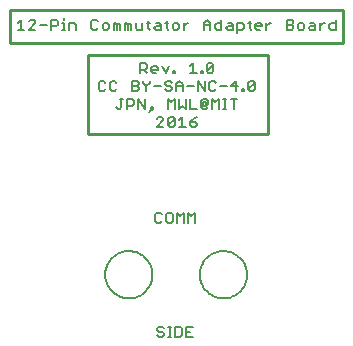
<source format=gto>
G75*
%MOIN*%
%OFA0B0*%
%FSLAX24Y24*%
%IPPOS*%
%LPD*%
%AMOC8*
5,1,8,0,0,1.08239X$1,22.5*
%
%ADD10C,0.0070*%
%ADD11C,0.0100*%
D10*
X011540Y011060D02*
X011485Y011115D01*
X011540Y011060D02*
X011650Y011060D01*
X011705Y011115D01*
X011705Y011170D01*
X011650Y011225D01*
X011540Y011225D01*
X011485Y011280D01*
X011485Y011335D01*
X011540Y011390D01*
X011650Y011390D01*
X011705Y011335D01*
X011853Y011390D02*
X011963Y011390D01*
X011908Y011390D02*
X011908Y011060D01*
X011853Y011060D02*
X011963Y011060D01*
X012099Y011060D02*
X012264Y011060D01*
X012319Y011115D01*
X012319Y011335D01*
X012264Y011390D01*
X012099Y011390D01*
X012099Y011060D01*
X012467Y011060D02*
X012467Y011390D01*
X012687Y011390D01*
X012577Y011225D02*
X012467Y011225D01*
X012467Y011060D02*
X012687Y011060D01*
X012913Y013125D02*
X012915Y013181D01*
X012921Y013236D01*
X012931Y013290D01*
X012944Y013344D01*
X012962Y013397D01*
X012983Y013448D01*
X013007Y013498D01*
X013035Y013546D01*
X013067Y013592D01*
X013101Y013636D01*
X013139Y013677D01*
X013179Y013715D01*
X013222Y013750D01*
X013267Y013782D01*
X013315Y013811D01*
X013364Y013837D01*
X013415Y013859D01*
X013467Y013877D01*
X013521Y013891D01*
X013576Y013902D01*
X013631Y013909D01*
X013686Y013912D01*
X013742Y013911D01*
X013797Y013906D01*
X013852Y013897D01*
X013906Y013885D01*
X013959Y013868D01*
X014011Y013848D01*
X014061Y013824D01*
X014109Y013797D01*
X014156Y013767D01*
X014200Y013733D01*
X014242Y013696D01*
X014280Y013656D01*
X014317Y013614D01*
X014350Y013569D01*
X014379Y013523D01*
X014406Y013474D01*
X014428Y013423D01*
X014448Y013371D01*
X014463Y013317D01*
X014475Y013263D01*
X014483Y013208D01*
X014487Y013153D01*
X014487Y013097D01*
X014483Y013042D01*
X014475Y012987D01*
X014463Y012933D01*
X014448Y012879D01*
X014428Y012827D01*
X014406Y012776D01*
X014379Y012727D01*
X014350Y012681D01*
X014317Y012636D01*
X014280Y012594D01*
X014242Y012554D01*
X014200Y012517D01*
X014156Y012483D01*
X014109Y012453D01*
X014061Y012426D01*
X014011Y012402D01*
X013959Y012382D01*
X013906Y012365D01*
X013852Y012353D01*
X013797Y012344D01*
X013742Y012339D01*
X013686Y012338D01*
X013631Y012341D01*
X013576Y012348D01*
X013521Y012359D01*
X013467Y012373D01*
X013415Y012391D01*
X013364Y012413D01*
X013315Y012439D01*
X013267Y012468D01*
X013222Y012500D01*
X013179Y012535D01*
X013139Y012573D01*
X013101Y012614D01*
X013067Y012658D01*
X013035Y012704D01*
X013007Y012752D01*
X012983Y012802D01*
X012962Y012853D01*
X012944Y012906D01*
X012931Y012960D01*
X012921Y013014D01*
X012915Y013069D01*
X012913Y013125D01*
X012749Y014860D02*
X012749Y015190D01*
X012638Y015080D01*
X012528Y015190D01*
X012528Y014860D01*
X012380Y014860D02*
X012380Y015190D01*
X012270Y015080D01*
X012160Y015190D01*
X012160Y014860D01*
X012012Y014915D02*
X012012Y015135D01*
X011957Y015190D01*
X011847Y015190D01*
X011792Y015135D01*
X011792Y014915D01*
X011847Y014860D01*
X011957Y014860D01*
X012012Y014915D01*
X011644Y014915D02*
X011589Y014860D01*
X011478Y014860D01*
X011423Y014915D01*
X011423Y015135D01*
X011478Y015190D01*
X011589Y015190D01*
X011644Y015135D01*
X009763Y013125D02*
X009765Y013181D01*
X009771Y013236D01*
X009781Y013290D01*
X009794Y013344D01*
X009812Y013397D01*
X009833Y013448D01*
X009857Y013498D01*
X009885Y013546D01*
X009917Y013592D01*
X009951Y013636D01*
X009989Y013677D01*
X010029Y013715D01*
X010072Y013750D01*
X010117Y013782D01*
X010165Y013811D01*
X010214Y013837D01*
X010265Y013859D01*
X010317Y013877D01*
X010371Y013891D01*
X010426Y013902D01*
X010481Y013909D01*
X010536Y013912D01*
X010592Y013911D01*
X010647Y013906D01*
X010702Y013897D01*
X010756Y013885D01*
X010809Y013868D01*
X010861Y013848D01*
X010911Y013824D01*
X010959Y013797D01*
X011006Y013767D01*
X011050Y013733D01*
X011092Y013696D01*
X011130Y013656D01*
X011167Y013614D01*
X011200Y013569D01*
X011229Y013523D01*
X011256Y013474D01*
X011278Y013423D01*
X011298Y013371D01*
X011313Y013317D01*
X011325Y013263D01*
X011333Y013208D01*
X011337Y013153D01*
X011337Y013097D01*
X011333Y013042D01*
X011325Y012987D01*
X011313Y012933D01*
X011298Y012879D01*
X011278Y012827D01*
X011256Y012776D01*
X011229Y012727D01*
X011200Y012681D01*
X011167Y012636D01*
X011130Y012594D01*
X011092Y012554D01*
X011050Y012517D01*
X011006Y012483D01*
X010959Y012453D01*
X010911Y012426D01*
X010861Y012402D01*
X010809Y012382D01*
X010756Y012365D01*
X010702Y012353D01*
X010647Y012344D01*
X010592Y012339D01*
X010536Y012338D01*
X010481Y012341D01*
X010426Y012348D01*
X010371Y012359D01*
X010317Y012373D01*
X010265Y012391D01*
X010214Y012413D01*
X010165Y012439D01*
X010117Y012468D01*
X010072Y012500D01*
X010029Y012535D01*
X009989Y012573D01*
X009951Y012614D01*
X009917Y012658D01*
X009885Y012704D01*
X009857Y012752D01*
X009833Y012802D01*
X009812Y012853D01*
X009794Y012906D01*
X009781Y012960D01*
X009771Y013014D01*
X009765Y013069D01*
X009763Y013125D01*
X011483Y018047D02*
X011703Y018267D01*
X011703Y018322D01*
X011648Y018377D01*
X011538Y018377D01*
X011483Y018322D01*
X011483Y018047D02*
X011703Y018047D01*
X011851Y018102D02*
X012072Y018322D01*
X012072Y018102D01*
X012017Y018047D01*
X011906Y018047D01*
X011851Y018102D01*
X011851Y018322D01*
X011906Y018377D01*
X012017Y018377D01*
X012072Y018322D01*
X012220Y018267D02*
X012330Y018377D01*
X012330Y018047D01*
X012220Y018047D02*
X012440Y018047D01*
X012588Y018102D02*
X012643Y018047D01*
X012753Y018047D01*
X012808Y018102D01*
X012808Y018157D01*
X012753Y018212D01*
X012588Y018212D01*
X012588Y018102D01*
X012588Y018212D02*
X012698Y018322D01*
X012808Y018377D01*
X012808Y018647D02*
X012588Y018647D01*
X012588Y018977D01*
X012440Y018977D02*
X012440Y018647D01*
X012330Y018757D01*
X012220Y018647D01*
X012220Y018977D01*
X012072Y018977D02*
X011962Y018867D01*
X011851Y018977D01*
X011851Y018647D01*
X012072Y018647D02*
X012072Y018977D01*
X012128Y019247D02*
X012128Y019467D01*
X012238Y019577D01*
X012348Y019467D01*
X012348Y019247D01*
X012348Y019412D02*
X012128Y019412D01*
X011980Y019357D02*
X011980Y019302D01*
X011924Y019247D01*
X011814Y019247D01*
X011759Y019302D01*
X011814Y019412D02*
X011924Y019412D01*
X011980Y019357D01*
X011980Y019522D02*
X011924Y019577D01*
X011814Y019577D01*
X011759Y019522D01*
X011759Y019467D01*
X011814Y019412D01*
X011611Y019412D02*
X011391Y019412D01*
X011243Y019522D02*
X011243Y019577D01*
X011243Y019522D02*
X011133Y019412D01*
X011133Y019247D01*
X011133Y019412D02*
X011023Y019522D01*
X011023Y019577D01*
X010875Y019522D02*
X010875Y019467D01*
X010820Y019412D01*
X010654Y019412D01*
X010654Y019247D02*
X010654Y019577D01*
X010820Y019577D01*
X010875Y019522D01*
X010820Y019412D02*
X010875Y019357D01*
X010875Y019302D01*
X010820Y019247D01*
X010654Y019247D01*
X010666Y018977D02*
X010721Y018922D01*
X010721Y018812D01*
X010666Y018757D01*
X010501Y018757D01*
X010501Y018647D02*
X010501Y018977D01*
X010666Y018977D01*
X010869Y018977D02*
X011089Y018647D01*
X011089Y018977D01*
X010869Y018977D02*
X010869Y018647D01*
X011238Y018537D02*
X011348Y018647D01*
X011293Y018647D01*
X011293Y018702D01*
X011348Y018702D01*
X011348Y018647D01*
X010353Y018977D02*
X010243Y018977D01*
X010298Y018977D02*
X010298Y018702D01*
X010243Y018647D01*
X010188Y018647D01*
X010133Y018702D01*
X010083Y019247D02*
X010138Y019302D01*
X010083Y019247D02*
X009973Y019247D01*
X009918Y019302D01*
X009918Y019522D01*
X009973Y019577D01*
X010083Y019577D01*
X010138Y019522D01*
X009770Y019522D02*
X009715Y019577D01*
X009604Y019577D01*
X009549Y019522D01*
X009549Y019302D01*
X009604Y019247D01*
X009715Y019247D01*
X009770Y019302D01*
X010931Y019847D02*
X010931Y020177D01*
X011096Y020177D01*
X011151Y020122D01*
X011151Y020012D01*
X011096Y019957D01*
X010931Y019957D01*
X011041Y019957D02*
X011151Y019847D01*
X011299Y019902D02*
X011299Y020012D01*
X011354Y020067D01*
X011464Y020067D01*
X011519Y020012D01*
X011519Y019957D01*
X011299Y019957D01*
X011299Y019902D02*
X011354Y019847D01*
X011464Y019847D01*
X011667Y020067D02*
X011777Y019847D01*
X011887Y020067D01*
X012036Y019902D02*
X012091Y019902D01*
X012091Y019847D01*
X012036Y019847D01*
X012036Y019902D01*
X012588Y019847D02*
X012808Y019847D01*
X012698Y019847D02*
X012698Y020177D01*
X012588Y020067D01*
X012956Y019902D02*
X013011Y019902D01*
X013011Y019847D01*
X012956Y019847D01*
X012956Y019902D01*
X013141Y019902D02*
X013141Y020122D01*
X013196Y020177D01*
X013306Y020177D01*
X013361Y020122D01*
X013141Y019902D01*
X013196Y019847D01*
X013306Y019847D01*
X013361Y019902D01*
X013361Y020122D01*
X013398Y019577D02*
X013288Y019577D01*
X013233Y019522D01*
X013233Y019302D01*
X013288Y019247D01*
X013398Y019247D01*
X013453Y019302D01*
X013601Y019412D02*
X013821Y019412D01*
X013969Y019412D02*
X014189Y019412D01*
X014134Y019247D02*
X014134Y019577D01*
X013969Y019412D01*
X013939Y018977D02*
X014159Y018977D01*
X014049Y018977D02*
X014049Y018647D01*
X013803Y018647D02*
X013693Y018647D01*
X013748Y018647D02*
X013748Y018977D01*
X013693Y018977D02*
X013803Y018977D01*
X013545Y018977D02*
X013435Y018867D01*
X013325Y018977D01*
X013325Y018647D01*
X013177Y018702D02*
X013121Y018647D01*
X013011Y018647D01*
X012956Y018702D01*
X012956Y018922D01*
X013011Y018977D01*
X013121Y018977D01*
X013177Y018922D01*
X013177Y018812D01*
X013121Y018757D01*
X013121Y018867D01*
X013011Y018867D01*
X013011Y018757D01*
X013121Y018757D01*
X013545Y018647D02*
X013545Y018977D01*
X013084Y019247D02*
X013084Y019577D01*
X012864Y019577D02*
X013084Y019247D01*
X012864Y019247D02*
X012864Y019577D01*
X012716Y019412D02*
X012496Y019412D01*
X013398Y019577D02*
X013453Y019522D01*
X014338Y019302D02*
X014393Y019302D01*
X014393Y019247D01*
X014338Y019247D01*
X014338Y019302D01*
X014522Y019302D02*
X014742Y019522D01*
X014742Y019302D01*
X014687Y019247D01*
X014577Y019247D01*
X014522Y019302D01*
X014522Y019522D01*
X014577Y019577D01*
X014687Y019577D01*
X014742Y019522D01*
X014153Y021187D02*
X014153Y021517D01*
X014319Y021517D01*
X014374Y021462D01*
X014374Y021352D01*
X014319Y021297D01*
X014153Y021297D01*
X014005Y021297D02*
X013840Y021297D01*
X013785Y021352D01*
X013840Y021407D01*
X014005Y021407D01*
X014005Y021462D02*
X014005Y021297D01*
X014005Y021462D02*
X013950Y021517D01*
X013840Y021517D01*
X013637Y021517D02*
X013472Y021517D01*
X013417Y021462D01*
X013417Y021352D01*
X013472Y021297D01*
X013637Y021297D01*
X013637Y021627D01*
X013269Y021517D02*
X013269Y021297D01*
X013269Y021462D02*
X013048Y021462D01*
X013048Y021517D02*
X013048Y021297D01*
X013048Y021517D02*
X013159Y021627D01*
X013269Y021517D01*
X012538Y021517D02*
X012483Y021517D01*
X012373Y021407D01*
X012373Y021297D02*
X012373Y021517D01*
X012225Y021462D02*
X012170Y021517D01*
X012060Y021517D01*
X012005Y021462D01*
X012005Y021352D01*
X012060Y021297D01*
X012170Y021297D01*
X012225Y021352D01*
X012225Y021462D01*
X011869Y021517D02*
X011759Y021517D01*
X011814Y021572D02*
X011814Y021352D01*
X011869Y021297D01*
X011611Y021297D02*
X011446Y021297D01*
X011391Y021352D01*
X011446Y021407D01*
X011611Y021407D01*
X011611Y021462D02*
X011611Y021297D01*
X011611Y021462D02*
X011556Y021517D01*
X011446Y021517D01*
X011256Y021517D02*
X011145Y021517D01*
X011201Y021572D02*
X011201Y021352D01*
X011256Y021297D01*
X010997Y021297D02*
X010997Y021517D01*
X010777Y021517D02*
X010777Y021352D01*
X010832Y021297D01*
X010997Y021297D01*
X010629Y021297D02*
X010629Y021462D01*
X010574Y021517D01*
X010519Y021462D01*
X010519Y021297D01*
X010409Y021297D02*
X010409Y021517D01*
X010464Y021517D01*
X010519Y021462D01*
X010261Y021462D02*
X010206Y021517D01*
X010151Y021462D01*
X010151Y021297D01*
X010261Y021297D02*
X010261Y021462D01*
X010151Y021462D02*
X010096Y021517D01*
X010041Y021517D01*
X010041Y021297D01*
X009892Y021352D02*
X009892Y021462D01*
X009837Y021517D01*
X009727Y021517D01*
X009672Y021462D01*
X009672Y021352D01*
X009727Y021297D01*
X009837Y021297D01*
X009892Y021352D01*
X009524Y021352D02*
X009469Y021297D01*
X009359Y021297D01*
X009304Y021352D01*
X009304Y021572D01*
X009359Y021627D01*
X009469Y021627D01*
X009524Y021572D01*
X008787Y021462D02*
X008787Y021297D01*
X008787Y021462D02*
X008732Y021517D01*
X008567Y021517D01*
X008567Y021297D01*
X008432Y021297D02*
X008322Y021297D01*
X008377Y021297D02*
X008377Y021517D01*
X008322Y021517D01*
X008377Y021627D02*
X008377Y021682D01*
X008174Y021572D02*
X008174Y021462D01*
X008119Y021407D01*
X007953Y021407D01*
X007953Y021297D02*
X007953Y021627D01*
X008119Y021627D01*
X008174Y021572D01*
X007805Y021462D02*
X007585Y021462D01*
X007437Y021517D02*
X007437Y021572D01*
X007382Y021627D01*
X007272Y021627D01*
X007217Y021572D01*
X007437Y021517D02*
X007217Y021297D01*
X007437Y021297D01*
X007069Y021297D02*
X006848Y021297D01*
X006959Y021297D02*
X006959Y021627D01*
X006848Y021517D01*
X014522Y021517D02*
X014632Y021517D01*
X014577Y021572D02*
X014577Y021352D01*
X014632Y021297D01*
X014767Y021352D02*
X014767Y021462D01*
X014822Y021517D01*
X014932Y021517D01*
X014987Y021462D01*
X014987Y021407D01*
X014767Y021407D01*
X014767Y021352D02*
X014822Y021297D01*
X014932Y021297D01*
X015136Y021297D02*
X015136Y021517D01*
X015246Y021517D02*
X015301Y021517D01*
X015246Y021517D02*
X015136Y021407D01*
X015811Y021462D02*
X015976Y021462D01*
X016031Y021407D01*
X016031Y021352D01*
X015976Y021297D01*
X015811Y021297D01*
X015811Y021627D01*
X015976Y021627D01*
X016031Y021572D01*
X016031Y021517D01*
X015976Y021462D01*
X016179Y021462D02*
X016234Y021517D01*
X016344Y021517D01*
X016399Y021462D01*
X016399Y021352D01*
X016344Y021297D01*
X016234Y021297D01*
X016179Y021352D01*
X016179Y021462D01*
X016547Y021352D02*
X016602Y021407D01*
X016768Y021407D01*
X016768Y021462D02*
X016768Y021297D01*
X016602Y021297D01*
X016547Y021352D01*
X016602Y021517D02*
X016713Y021517D01*
X016768Y021462D01*
X016916Y021517D02*
X016916Y021297D01*
X016916Y021407D02*
X017026Y021517D01*
X017081Y021517D01*
X017223Y021462D02*
X017278Y021517D01*
X017443Y021517D01*
X017443Y021627D02*
X017443Y021297D01*
X017278Y021297D01*
X017223Y021352D01*
X017223Y021462D01*
D11*
X017685Y021962D02*
X017685Y020862D01*
X006585Y020862D01*
X006585Y021962D01*
X017685Y021962D01*
X015185Y020437D02*
X015185Y017812D01*
X009185Y017812D01*
X009185Y020437D01*
X015185Y020437D01*
M02*

</source>
